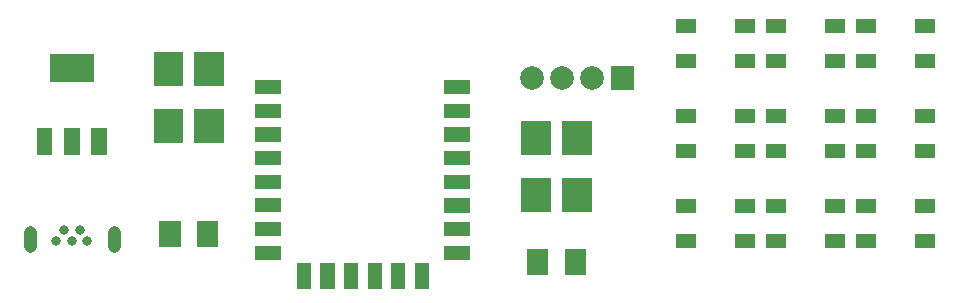
<source format=gts>
G04 Layer: TopSolderMaskLayer*
G04 EasyEDA v6.2.46, 2019-10-20T21:32:37+02:00*
G04 1b03a97609cc40e3b605099c23bcd23e,75269f13ecf445cbab963e2f909655d1,10*
G04 Gerber Generator version 0.2*
G04 Scale: 100 percent, Rotated: No, Reflected: No *
G04 Dimensions in inches *
G04 leading zeros omitted , absolute positions ,2 integer and 4 decimal *
%FSLAX24Y24*%
%MOIN*%
G90*
G70D02*

%ADD28C,0.043433*%
%ADD31C,0.031622*%
%ADD37C,0.078866*%

%LPD*%
G54D28*
G01X1217Y4475D02*
G01X1217Y4003D01*
G01X4032Y4475D02*
G01X4032Y4003D01*
G36*
G01X8742Y9051D02*
G01X8742Y9526D01*
G01X9610Y9526D01*
G01X9610Y9051D01*
G01X8742Y9051D01*
G37*
G36*
G01X8742Y8265D02*
G01X8742Y8738D01*
G01X9610Y8738D01*
G01X9610Y8265D01*
G01X8742Y8265D01*
G37*
G36*
G01X8742Y7478D02*
G01X8742Y7951D01*
G01X9610Y7951D01*
G01X9610Y7478D01*
G01X8742Y7478D01*
G37*
G36*
G01X8742Y6690D02*
G01X8742Y7163D01*
G01X9610Y7163D01*
G01X9610Y6690D01*
G01X8742Y6690D01*
G37*
G36*
G01X8742Y5901D02*
G01X8742Y6376D01*
G01X9610Y6376D01*
G01X9610Y5901D01*
G01X8742Y5901D01*
G37*
G36*
G01X8742Y5115D02*
G01X8742Y5588D01*
G01X9610Y5588D01*
G01X9610Y5115D01*
G01X8742Y5115D01*
G37*
G36*
G01X8742Y4328D02*
G01X8742Y4801D01*
G01X9610Y4801D01*
G01X9610Y4328D01*
G01X8742Y4328D01*
G37*
G36*
G01X8742Y3540D02*
G01X8742Y4013D01*
G01X9610Y4013D01*
G01X9610Y3540D01*
G01X8742Y3540D01*
G37*
G36*
G01X10121Y2555D02*
G01X10121Y3423D01*
G01X10594Y3423D01*
G01X10594Y2555D01*
G01X10121Y2555D01*
G37*
G36*
G01X10907Y2555D02*
G01X10907Y3423D01*
G01X11381Y3423D01*
G01X11381Y2555D01*
G01X10907Y2555D01*
G37*
G36*
G01X11693Y2555D02*
G01X11693Y3423D01*
G01X12168Y3423D01*
G01X12168Y2555D01*
G01X11693Y2555D01*
G37*
G36*
G01X12481Y2555D02*
G01X12481Y3423D01*
G01X12956Y3423D01*
G01X12956Y2555D01*
G01X12481Y2555D01*
G37*
G36*
G01X13268Y2555D02*
G01X13268Y3423D01*
G01X13743Y3423D01*
G01X13743Y2555D01*
G01X13268Y2555D01*
G37*
G36*
G01X14056Y2555D02*
G01X14056Y3423D01*
G01X14530Y3423D01*
G01X14530Y2555D01*
G01X14056Y2555D01*
G37*
G36*
G01X15042Y3538D02*
G01X15042Y4011D01*
G01X15909Y4011D01*
G01X15909Y3538D01*
G01X15042Y3538D01*
G37*
G36*
G01X15042Y4326D02*
G01X15042Y4801D01*
G01X15910Y4801D01*
G01X15910Y4326D01*
G01X15042Y4326D01*
G37*
G36*
G01X15043Y5113D02*
G01X15043Y5588D01*
G01X15910Y5588D01*
G01X15910Y5113D01*
G01X15043Y5113D01*
G37*
G36*
G01X15042Y5901D02*
G01X15042Y6375D01*
G01X15910Y6375D01*
G01X15910Y5901D01*
G01X15042Y5901D01*
G37*
G36*
G01X15042Y6688D02*
G01X15042Y7163D01*
G01X15910Y7163D01*
G01X15910Y6688D01*
G01X15042Y6688D01*
G37*
G36*
G01X15042Y7476D02*
G01X15042Y7950D01*
G01X15910Y7950D01*
G01X15910Y7476D01*
G01X15042Y7476D01*
G37*
G36*
G01X15042Y8263D02*
G01X15042Y8738D01*
G01X15910Y8738D01*
G01X15910Y8263D01*
G01X15042Y8263D01*
G37*
G36*
G01X15042Y9051D02*
G01X15042Y9525D01*
G01X15910Y9525D01*
G01X15910Y9051D01*
G01X15042Y9051D01*
G37*
G54D31*
G01X2113Y4153D03*
G01X2369Y4546D03*
G01X2625Y4153D03*
G01X2881Y4546D03*
G01X3137Y4153D03*
G36*
G01X1465Y7015D02*
G01X1465Y7944D01*
G01X1975Y7944D01*
G01X1975Y7015D01*
G01X1465Y7015D01*
G37*
G36*
G01X2375Y7015D02*
G01X2375Y7944D01*
G01X2884Y7944D01*
G01X2884Y7015D01*
G01X2375Y7015D01*
G37*
G36*
G01X3275Y7015D02*
G01X3275Y7944D01*
G01X3784Y7944D01*
G01X3784Y7015D01*
G01X3275Y7015D01*
G37*
G36*
G01X1900Y9455D02*
G01X1900Y10384D01*
G01X3359Y10384D01*
G01X3359Y9455D01*
G01X1900Y9455D01*
G37*
G36*
G01X5351Y9328D02*
G01X5351Y10471D01*
G01X6338Y10471D01*
G01X6338Y9328D01*
G01X5351Y9328D01*
G37*
G36*
G01X6711Y9328D02*
G01X6711Y10471D01*
G01X7698Y10471D01*
G01X7698Y9328D01*
G01X6711Y9328D01*
G37*
G36*
G01X5351Y7428D02*
G01X5351Y8571D01*
G01X6338Y8571D01*
G01X6338Y7428D01*
G01X5351Y7428D01*
G37*
G36*
G01X6711Y7428D02*
G01X6711Y8571D01*
G01X7698Y8571D01*
G01X7698Y7428D01*
G01X6711Y7428D01*
G37*
G36*
G01X17602Y7028D02*
G01X17602Y8171D01*
G01X18588Y8171D01*
G01X18588Y7028D01*
G01X17602Y7028D01*
G37*
G36*
G01X18961Y7028D02*
G01X18961Y8171D01*
G01X19947Y8171D01*
G01X19947Y7028D01*
G01X18961Y7028D01*
G37*
G36*
G01X17602Y5128D02*
G01X17602Y6271D01*
G01X18588Y6271D01*
G01X18588Y5128D01*
G01X17602Y5128D01*
G37*
G36*
G01X18961Y5128D02*
G01X18961Y6271D01*
G01X19947Y6271D01*
G01X19947Y5128D01*
G01X18961Y5128D01*
G37*
G36*
G01X6800Y3965D02*
G01X6800Y4834D01*
G01X7509Y4834D01*
G01X7509Y3965D01*
G01X6800Y3965D01*
G37*
G36*
G01X5540Y3965D02*
G01X5540Y4834D01*
G01X6250Y4834D01*
G01X6250Y3965D01*
G01X5540Y3965D01*
G37*
G36*
G01X20581Y9194D02*
G01X20581Y9984D01*
G01X21371Y9984D01*
G01X21371Y9194D01*
G01X20581Y9194D01*
G37*
G54D37*
G01X19976Y9589D03*
G01X18976Y9589D03*
G01X17976Y9589D03*
G36*
G01X24723Y9923D02*
G01X24723Y10396D01*
G01X25393Y10396D01*
G01X25393Y9923D01*
G01X24723Y9923D01*
G37*
G36*
G01X24723Y11103D02*
G01X24723Y11576D01*
G01X25393Y11576D01*
G01X25393Y11103D01*
G01X24723Y11103D01*
G37*
G36*
G01X22755Y11103D02*
G01X22755Y11576D01*
G01X23426Y11576D01*
G01X23426Y11103D01*
G01X22755Y11103D01*
G37*
G36*
G01X22755Y9923D02*
G01X22755Y10396D01*
G01X23426Y10396D01*
G01X23426Y9923D01*
G01X22755Y9923D01*
G37*
G36*
G01X27723Y9923D02*
G01X27723Y10396D01*
G01X28393Y10396D01*
G01X28393Y9923D01*
G01X27723Y9923D01*
G37*
G36*
G01X27723Y11103D02*
G01X27723Y11576D01*
G01X28393Y11576D01*
G01X28393Y11103D01*
G01X27723Y11103D01*
G37*
G36*
G01X25755Y11103D02*
G01X25755Y11576D01*
G01X26426Y11576D01*
G01X26426Y11103D01*
G01X25755Y11103D01*
G37*
G36*
G01X25755Y9923D02*
G01X25755Y10396D01*
G01X26426Y10396D01*
G01X26426Y9923D01*
G01X25755Y9923D01*
G37*
G36*
G01X30723Y9923D02*
G01X30723Y10396D01*
G01X31393Y10396D01*
G01X31393Y9923D01*
G01X30723Y9923D01*
G37*
G36*
G01X30723Y11103D02*
G01X30723Y11576D01*
G01X31393Y11576D01*
G01X31393Y11103D01*
G01X30723Y11103D01*
G37*
G36*
G01X28755Y11103D02*
G01X28755Y11576D01*
G01X29426Y11576D01*
G01X29426Y11103D01*
G01X28755Y11103D01*
G37*
G36*
G01X28755Y9923D02*
G01X28755Y10396D01*
G01X29426Y10396D01*
G01X29426Y9923D01*
G01X28755Y9923D01*
G37*
G36*
G01X24723Y6923D02*
G01X24723Y7396D01*
G01X25393Y7396D01*
G01X25393Y6923D01*
G01X24723Y6923D01*
G37*
G36*
G01X24723Y8103D02*
G01X24723Y8576D01*
G01X25393Y8576D01*
G01X25393Y8103D01*
G01X24723Y8103D01*
G37*
G36*
G01X22755Y8103D02*
G01X22755Y8576D01*
G01X23426Y8576D01*
G01X23426Y8103D01*
G01X22755Y8103D01*
G37*
G36*
G01X22755Y6923D02*
G01X22755Y7396D01*
G01X23426Y7396D01*
G01X23426Y6923D01*
G01X22755Y6923D01*
G37*
G36*
G01X27723Y3923D02*
G01X27723Y4396D01*
G01X28393Y4396D01*
G01X28393Y3923D01*
G01X27723Y3923D01*
G37*
G36*
G01X27723Y5103D02*
G01X27723Y5576D01*
G01X28393Y5576D01*
G01X28393Y5103D01*
G01X27723Y5103D01*
G37*
G36*
G01X25755Y5103D02*
G01X25755Y5576D01*
G01X26426Y5576D01*
G01X26426Y5103D01*
G01X25755Y5103D01*
G37*
G36*
G01X25755Y3923D02*
G01X25755Y4396D01*
G01X26426Y4396D01*
G01X26426Y3923D01*
G01X25755Y3923D01*
G37*
G36*
G01X24723Y3923D02*
G01X24723Y4396D01*
G01X25393Y4396D01*
G01X25393Y3923D01*
G01X24723Y3923D01*
G37*
G36*
G01X24723Y5103D02*
G01X24723Y5576D01*
G01X25393Y5576D01*
G01X25393Y5103D01*
G01X24723Y5103D01*
G37*
G36*
G01X22755Y5103D02*
G01X22755Y5576D01*
G01X23426Y5576D01*
G01X23426Y5103D01*
G01X22755Y5103D01*
G37*
G36*
G01X22755Y3923D02*
G01X22755Y4396D01*
G01X23426Y4396D01*
G01X23426Y3923D01*
G01X22755Y3923D01*
G37*
G36*
G01X30723Y6923D02*
G01X30723Y7396D01*
G01X31393Y7396D01*
G01X31393Y6923D01*
G01X30723Y6923D01*
G37*
G36*
G01X30723Y8103D02*
G01X30723Y8576D01*
G01X31393Y8576D01*
G01X31393Y8103D01*
G01X30723Y8103D01*
G37*
G36*
G01X28755Y8103D02*
G01X28755Y8576D01*
G01X29426Y8576D01*
G01X29426Y8103D01*
G01X28755Y8103D01*
G37*
G36*
G01X28755Y6923D02*
G01X28755Y7396D01*
G01X29426Y7396D01*
G01X29426Y6923D01*
G01X28755Y6923D01*
G37*
G36*
G01X27723Y6923D02*
G01X27723Y7396D01*
G01X28393Y7396D01*
G01X28393Y6923D01*
G01X27723Y6923D01*
G37*
G36*
G01X27723Y8103D02*
G01X27723Y8576D01*
G01X28393Y8576D01*
G01X28393Y8103D01*
G01X27723Y8103D01*
G37*
G36*
G01X25755Y8103D02*
G01X25755Y8576D01*
G01X26426Y8576D01*
G01X26426Y8103D01*
G01X25755Y8103D01*
G37*
G36*
G01X25755Y6923D02*
G01X25755Y7396D01*
G01X26426Y7396D01*
G01X26426Y6923D01*
G01X25755Y6923D01*
G37*
G36*
G01X30723Y3923D02*
G01X30723Y4396D01*
G01X31393Y4396D01*
G01X31393Y3923D01*
G01X30723Y3923D01*
G37*
G36*
G01X30723Y5103D02*
G01X30723Y5576D01*
G01X31393Y5576D01*
G01X31393Y5103D01*
G01X30723Y5103D01*
G37*
G36*
G01X28755Y5103D02*
G01X28755Y5576D01*
G01X29426Y5576D01*
G01X29426Y5103D01*
G01X28755Y5103D01*
G37*
G36*
G01X28755Y3923D02*
G01X28755Y4396D01*
G01X29426Y4396D01*
G01X29426Y3923D01*
G01X28755Y3923D01*
G37*
G36*
G01X19050Y3015D02*
G01X19050Y3884D01*
G01X19760Y3884D01*
G01X19760Y3015D01*
G01X19050Y3015D01*
G37*
G36*
G01X17789Y3015D02*
G01X17789Y3884D01*
G01X18500Y3884D01*
G01X18500Y3015D01*
G01X17789Y3015D01*
G37*
M00*
M02*

</source>
